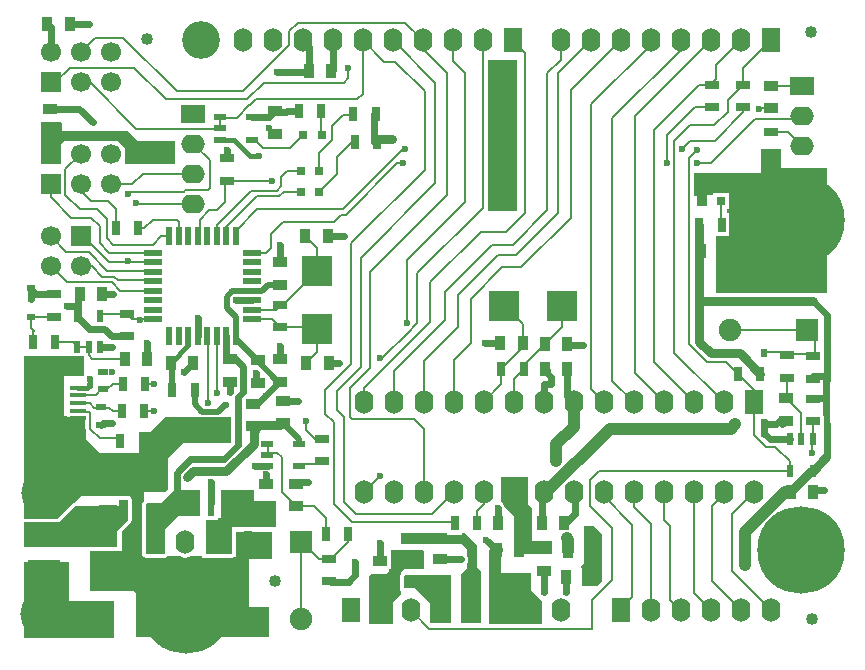
<source format=gtl>
G04*
G04 #@! TF.GenerationSoftware,Altium Limited,Altium Designer,18.1.9 (240)*
G04*
G04 Layer_Physical_Order=1*
G04 Layer_Color=255*
%FSLAX44Y44*%
%MOMM*%
G71*
G01*
G75*
%ADD10C,0.2000*%
%ADD11C,0.5000*%
%ADD12C,0.4000*%
%ADD14R,1.9000X1.9000*%
%ADD15R,1.4000X1.6000*%
%ADD16R,1.3500X0.4000*%
%ADD17R,1.3000X0.7000*%
%ADD18R,0.7000X1.3000*%
%ADD19R,0.6858X0.5588*%
%ADD20R,0.5588X0.6858*%
%ADD21R,0.8000X0.8000*%
%ADD22R,0.9000X1.3000*%
%ADD23R,1.0000X0.5500*%
%ADD24R,1.3000X0.9000*%
%ADD25R,2.5000X2.6000*%
%ADD26R,0.6000X2.2000*%
%ADD27R,3.5000X2.2000*%
%ADD28R,2.6000X2.5000*%
%ADD29R,0.5500X1.0000*%
%ADD30R,1.6000X3.0000*%
%ADD31R,2.7000X2.0000*%
%ADD32R,1.5000X0.5500*%
%ADD33R,0.5500X1.5000*%
%ADD34R,0.9000X0.6000*%
%ADD67C,1.9000*%
%ADD68R,1.9000X1.9000*%
%ADD72C,1.0160*%
%ADD73C,0.6000*%
%ADD74C,0.8000*%
%ADD75C,1.0000*%
G04:AMPARAMS|DCode=76|XSize=2mm|YSize=1.2mm|CornerRadius=0.36mm|HoleSize=0mm|Usage=FLASHONLY|Rotation=0.000|XOffset=0mm|YOffset=0mm|HoleType=Round|Shape=RoundedRectangle|*
%AMROUNDEDRECTD76*
21,1,2.0000,0.4800,0,0,0.0*
21,1,1.2800,1.2000,0,0,0.0*
1,1,0.7200,0.6400,-0.2400*
1,1,0.7200,-0.6400,-0.2400*
1,1,0.7200,-0.6400,0.2400*
1,1,0.7200,0.6400,0.2400*
%
%ADD76ROUNDEDRECTD76*%
%ADD77C,3.2000*%
%ADD78O,1.6000X2.0000*%
%ADD79R,1.6000X2.0000*%
%ADD80R,2.0000X1.6000*%
%ADD81O,2.0000X1.6000*%
%ADD82C,1.7000*%
%ADD83R,1.7000X1.7000*%
%ADD84C,4.0000*%
%ADD85C,7.4000*%
%ADD86C,0.6000*%
G36*
X35000Y438102D02*
X35000Y431000D01*
X91000D01*
X99000Y423000D01*
X131000D01*
Y403000D01*
X88000D01*
Y417000D01*
X82000Y423000D01*
X76802D01*
X76200Y423079D01*
X75598Y423000D01*
X51402D01*
X50800Y423079D01*
X50198Y423000D01*
X37000D01*
X34000Y420000D01*
Y403000D01*
X17000D01*
Y439000D01*
X34102Y439000D01*
X35000Y438102D01*
D02*
G37*
G36*
X420000Y363200D02*
X396000D01*
X396000Y491511D01*
X420000D01*
X420000Y363200D01*
D02*
G37*
G36*
X644000Y400000D02*
X682500D01*
Y294000D01*
X671459D01*
X671000Y294060D01*
X589000D01*
Y342500D01*
X600000D01*
Y361500D01*
X598000D01*
Y365000D01*
X600000D01*
Y379000D01*
X586000D01*
Y377000D01*
X581000D01*
Y368000D01*
X573000D01*
Y376000D01*
X570078D01*
Y396000D01*
X627000D01*
Y416000D01*
X644000D01*
Y400000D01*
D02*
G37*
G36*
X386000Y81000D02*
Y62000D01*
X390000Y58000D01*
Y15089D01*
X373089D01*
X373000Y15125D01*
Y56137D01*
X378000Y61137D01*
Y65183D01*
X378652Y66159D01*
X379118Y68500D01*
X378652Y70841D01*
X378000Y71817D01*
Y77000D01*
X374000Y81000D01*
Y81650D01*
X322000D01*
Y91000D01*
X361000D01*
Y89500D01*
X374000D01*
Y91000D01*
X376000D01*
X386000Y81000D01*
D02*
G37*
G36*
X91000Y102000D02*
X82000Y93000D01*
Y79000D01*
X3000D01*
Y100000D01*
X32500D01*
X46000Y113500D01*
X83000D01*
Y119000D01*
X91000D01*
Y102000D01*
D02*
G37*
G36*
X341250Y75310D02*
Y60000D01*
X325000D01*
X322000Y57000D01*
Y55000D01*
X321500D01*
Y42000D01*
X322000D01*
Y39040D01*
X314960Y32000D01*
Y14000D01*
X295000D01*
Y54000D01*
X297000Y56000D01*
X309400D01*
X312000Y58600D01*
Y60000D01*
X313500D01*
Y75000D01*
X313500D01*
X313669Y76200D01*
X340360D01*
X341250Y75310D01*
D02*
G37*
G36*
X430000Y115324D02*
X433000Y112324D01*
Y84000D01*
X450000D01*
Y73000D01*
X418000D01*
Y105000D01*
X409814Y113186D01*
X409652Y114001D01*
X408326Y115986D01*
X407000Y116872D01*
Y138000D01*
X430000D01*
Y115324D01*
D02*
G37*
G36*
X198000Y118000D02*
X216000D01*
Y96000D01*
X179100D01*
Y73101D01*
X179000Y73000D01*
X157000D01*
Y102000D01*
X167000D01*
Y104000D01*
X170000D01*
Y127000D01*
X170000Y127000D01*
X198000D01*
Y118000D01*
D02*
G37*
G36*
X151750Y105000D02*
X133000D01*
X122000Y94000D01*
X122000Y73000D01*
X106101D01*
X106000Y73101D01*
Y115000D01*
X107000Y116000D01*
X119000D01*
X130000Y127000D01*
X151750D01*
Y105000D01*
D02*
G37*
G36*
X42250Y240000D02*
X53858D01*
X54000Y239788D01*
Y224567D01*
X53621Y224000D01*
X37000D01*
X37000Y190005D01*
X38995D01*
Y189500D01*
X49351D01*
X49745Y189422D01*
X49745Y189422D01*
X54922D01*
Y179000D01*
X54922Y179000D01*
X55000Y178606D01*
Y170500D01*
X66500Y159000D01*
X100000D01*
Y176000D01*
X109500D01*
X122000Y188500D01*
Y189000D01*
X150835D01*
X151854Y188319D01*
X154000Y187892D01*
X167000D01*
X169146Y188319D01*
X170165Y189000D01*
X177882D01*
Y167963D01*
X176919Y167000D01*
X138000D01*
X125000Y154000D01*
Y128500D01*
X122000Y125500D01*
X104500D01*
Y117826D01*
X103837Y117163D01*
X103174Y116171D01*
X102941Y115000D01*
X102941Y115000D01*
Y73101D01*
X103174Y71930D01*
X103837Y70938D01*
X103938Y70837D01*
X104930Y70174D01*
X106101Y69941D01*
X106101Y69941D01*
X113926D01*
X114200Y69905D01*
X114474Y69941D01*
X122000D01*
X123170Y70174D01*
X124163Y70837D01*
X124272Y71000D01*
X134998D01*
X136728Y70283D01*
X139600Y69905D01*
X142472Y70283D01*
X144202Y71000D01*
X154000D01*
Y70000D01*
X156705D01*
X157000Y69941D01*
X179000D01*
X180170Y70174D01*
X181163Y70837D01*
X182000Y70000D01*
Y72300D01*
X182159Y73101D01*
X182159Y73101D01*
Y92000D01*
X213000D01*
Y68500D01*
X205000D01*
X204432Y69068D01*
X193000D01*
Y28000D01*
X210000D01*
Y3000D01*
X98000D01*
Y40000D01*
X96000Y42000D01*
X59000D01*
Y75941D01*
X82000D01*
X82296Y76000D01*
X85500D01*
Y92000D01*
X93000Y99500D01*
Y99674D01*
X93163Y99837D01*
X93826Y100829D01*
X94059Y102000D01*
X94059Y102000D01*
Y119000D01*
X93826Y120170D01*
X93163Y121163D01*
X93000Y121272D01*
Y122500D01*
X51500D01*
X45449Y116449D01*
X44830Y116326D01*
X43837Y115663D01*
X43837Y115663D01*
X31233Y103059D01*
X3000D01*
X3000Y241000D01*
X42250D01*
Y240000D01*
D02*
G37*
G36*
X492000Y90000D02*
Y50000D01*
X488000Y46000D01*
X475000D01*
Y61000D01*
X474000Y62000D01*
X477000Y65000D01*
Y97000D01*
X485000D01*
X492000Y90000D01*
D02*
G37*
G36*
X364000Y15000D02*
X347000D01*
Y31000D01*
X334000Y44000D01*
X324559D01*
Y53430D01*
X324826Y53829D01*
X325059Y55000D01*
X364000D01*
Y15000D01*
D02*
G37*
G36*
X432000Y43000D02*
X432200D01*
X441500Y33700D01*
Y14078D01*
X397000D01*
Y57000D01*
X432000D01*
Y43000D01*
D02*
G37*
G36*
X41000Y33000D02*
X79000D01*
Y2000D01*
X3000D01*
Y66000D01*
X41000D01*
Y33000D01*
D02*
G37*
D10*
X273250Y365000D02*
X325000Y416750D01*
X319071Y403750D02*
X324000D01*
X275321Y360000D02*
X319071Y403750D01*
X271071Y360000D02*
X275321D01*
X265071Y354000D02*
X271071Y360000D01*
X200000Y365000D02*
X273250D01*
X342000Y398000D02*
Y465000D01*
X280000Y336000D02*
X342000Y398000D01*
X483000Y212580D02*
Y454000D01*
X268000Y409250D02*
X281750Y423000D01*
X222000Y354000D02*
X265071D01*
X327000Y321800D02*
X376000Y370800D01*
X272990Y445000D02*
X280250D01*
X264240Y436250D02*
X272990Y445000D01*
X264000Y424000D02*
Y435980D01*
X268000Y394500D02*
Y409250D01*
X43000Y358000D02*
X59960D01*
X25400Y375600D02*
X43000Y358000D01*
X59960D02*
X67000Y350960D01*
X427000Y362000D02*
Y497560D01*
X411000Y346000D02*
X427000Y362000D01*
X390000Y346000D02*
X411000D01*
X347000Y303000D02*
X390000Y346000D01*
X366650Y201930D02*
Y237040D01*
X381000Y251390D01*
Y289000D01*
X408000Y316000D01*
X370000Y292000D02*
X404000Y326000D01*
X370000Y265140D02*
Y292000D01*
X404000Y326000D02*
X419500D01*
X408000Y316000D02*
X424000D01*
X466000Y358000D01*
X341250Y201930D02*
Y236390D01*
X370000Y265140D01*
X419500Y326000D02*
X455000Y361500D01*
X416534Y335000D02*
X445760Y364226D01*
X399000Y335000D02*
X416534D01*
X359000Y295000D02*
X399000Y335000D01*
X359000Y271080D02*
Y295000D01*
X347000Y269858D02*
Y303000D01*
X290450Y213308D02*
X347000Y269858D01*
X290450Y201930D02*
Y213308D01*
X333500Y266166D02*
X336000Y268666D01*
X333500Y266108D02*
Y266166D01*
X329692Y262300D02*
X333500Y266108D01*
X329634Y262300D02*
X329692D01*
X306121Y238787D02*
X329634Y262300D01*
X336000Y268666D02*
Y310840D01*
X304000Y238787D02*
X306121D01*
X315850Y227930D02*
X359000Y271080D01*
X315850Y201930D02*
Y227930D01*
X416560Y508000D02*
X427000Y497560D01*
X327000Y268800D02*
Y321800D01*
X336000Y310840D02*
X391160Y366000D01*
X288000Y324000D02*
X351000Y387000D01*
X288000Y231580D02*
Y324000D01*
X267950Y211530D02*
X288000Y231580D01*
X296000Y312000D02*
X361000Y377000D01*
X296000Y230858D02*
Y312000D01*
X278950Y213808D02*
X296000Y230858D01*
X376000Y370800D02*
Y480071D01*
X351000Y387000D02*
Y471960D01*
X391160Y366000D02*
Y508000D01*
X466000Y358000D02*
Y466000D01*
X455000Y361500D02*
Y480400D01*
X482600Y508000D01*
Y504100D02*
Y508000D01*
X457200Y491511D02*
Y508000D01*
X445760Y480071D02*
X457200Y491511D01*
X445760Y364226D02*
Y480071D01*
X361000Y377000D02*
Y480071D01*
X279000Y189000D02*
Y195117D01*
Y189000D02*
X281000Y187000D01*
X333250D01*
X278950Y195167D02*
Y213808D01*
Y195167D02*
X279000Y195117D01*
X280000Y234000D02*
Y336000D01*
X258000Y212000D02*
X280000Y234000D01*
X340360Y500711D02*
X361000Y480071D01*
X340360Y500711D02*
Y508000D01*
X314960D02*
X351000Y471960D01*
X280324Y100000D02*
X367500D01*
X168500Y442500D02*
X182800D01*
X168500Y433000D02*
Y442500D01*
X317000Y490000D02*
X342000Y465000D01*
X307560Y490000D02*
X317000D01*
X289560Y508000D02*
X307560Y490000D01*
X365760Y490311D02*
X376000Y480071D01*
X365760Y490311D02*
Y508000D01*
X289560Y462560D02*
Y508000D01*
X285000Y458000D02*
X289560Y462560D01*
X277500Y475940D02*
Y485000D01*
X273560Y472000D02*
X277500Y475940D01*
X206000Y472000D02*
X273560D01*
X199071Y458000D02*
X285000D01*
X273950Y116896D02*
Y189000D01*
X267950Y195000D02*
Y211530D01*
Y195000D02*
X273950Y189000D01*
X258000Y192000D02*
X265000Y185000D01*
Y115324D02*
Y185000D01*
X258000Y192000D02*
Y212000D01*
X265000Y115324D02*
X280324Y100000D01*
X367500Y99000D02*
Y100000D01*
X283846Y107000D02*
X347920D01*
X273950Y116896D02*
X283846Y107000D01*
X258500Y90000D02*
Y103500D01*
X248500Y113500D02*
X258500Y103500D01*
X242000Y178000D02*
Y185500D01*
Y178000D02*
X249500Y170500D01*
X255000D01*
X599000Y447500D02*
Y457500D01*
X587500Y436000D02*
X599000Y447500D01*
X567000Y436000D02*
X587500D01*
X553500Y422500D02*
X567000Y436000D01*
X520000Y443800D02*
X584200Y508000D01*
X520000Y226380D02*
Y443800D01*
Y226380D02*
X544450Y201930D01*
X584500Y470500D02*
X589000Y475000D01*
X536000Y432000D02*
X574500Y470500D01*
X536000Y235780D02*
Y432000D01*
Y235780D02*
X569850Y201930D01*
X553500Y243680D02*
X595250Y201930D01*
X553500Y243680D02*
Y422500D01*
X571000Y451500D02*
X585000D01*
X547000Y427500D02*
X571000Y451500D01*
X547000Y404000D02*
Y427500D01*
X566000Y408000D02*
X573000Y415000D01*
X566000Y250822D02*
Y408000D01*
X584500Y470500D02*
X585000D01*
X574500D02*
X584500D01*
X501000Y442000D02*
X558800Y499800D01*
X501000Y219980D02*
Y442000D01*
Y219980D02*
X519050Y201930D01*
X483000Y454000D02*
X533400Y504400D01*
X483000Y212580D02*
X493650Y201930D01*
X566000Y250822D02*
X581322Y235500D01*
X558800Y499800D02*
Y508000D01*
X533400Y504400D02*
Y508000D01*
X466000Y466000D02*
X508000Y508000D01*
X456000Y506800D02*
X457200Y508000D01*
X602000Y58400D02*
X635000Y25400D01*
X602000Y58400D02*
Y107080D01*
X620650Y125730D01*
X607750Y262500D02*
X672750D01*
Y244250D02*
Y262500D01*
X671000Y242500D02*
X672750Y244250D01*
X597500Y235500D02*
X607250Y225750D01*
X581322Y235500D02*
X597500D01*
X489500Y143500D02*
X651340D01*
X482000Y136000D02*
X489500Y143500D01*
X639000Y164000D02*
X651340Y151660D01*
Y143500D02*
Y151660D01*
X630808Y164000D02*
X639000D01*
X595250Y124000D02*
Y125730D01*
X585000Y113750D02*
X595250Y124000D01*
X585000Y50000D02*
Y113750D01*
Y50000D02*
X609600Y25400D01*
X544450Y102000D02*
X550000Y96450D01*
Y34200D02*
Y96450D01*
Y34200D02*
X558800Y25400D01*
X569850Y39750D02*
Y125730D01*
Y39750D02*
X584200Y25400D01*
X544450Y102000D02*
Y125730D01*
X533400Y25400D02*
Y98600D01*
X519050Y112950D02*
X533400Y98600D01*
X519050Y112950D02*
Y125730D01*
X493650Y122400D02*
X518000Y98050D01*
X493650Y122400D02*
Y125730D01*
X508000Y25400D02*
Y27000D01*
X518000Y37000D01*
Y98050D01*
X482000Y114000D02*
Y136000D01*
X620650Y174158D02*
Y201930D01*
X345600Y10000D02*
X484000D01*
Y34000D02*
X501000Y51000D01*
X484000Y10000D02*
Y34000D01*
X501000Y51000D02*
Y95000D01*
X482000Y114000D02*
X501000Y95000D01*
X620650Y174158D02*
X630808Y164000D01*
X132000Y465000D02*
X188623D01*
X192000Y458000D02*
X206000Y472000D01*
X194071Y453000D02*
X199071Y458000D01*
X193300Y453000D02*
X194071D01*
X182800Y442500D02*
X193300Y453000D01*
X123000Y458000D02*
X192000D01*
X227260Y503637D02*
Y515503D01*
X188623Y465000D02*
X227260Y503637D01*
X96000Y485000D02*
X123000Y458000D01*
X42000Y485000D02*
X96000D01*
X205000Y417000D02*
X228000D01*
X198500Y423500D02*
X205000Y417000D01*
X195500Y423500D02*
X198500D01*
X39000Y303000D02*
X77192D01*
X84192Y296000D01*
X112000D01*
X82263Y305000D02*
X112000D01*
X79263Y308000D02*
X82263Y305000D01*
X69000Y308000D02*
X79263D01*
X73500Y313000D02*
X111000D01*
X57500Y329000D02*
X73500Y313000D01*
X38400Y329000D02*
X57500D01*
X75000Y320000D02*
X112000D01*
X53000Y342000D02*
X75000Y320000D01*
X50800Y342000D02*
X53000D01*
X75000Y328000D02*
X112000D01*
X67000Y336000D02*
X75000Y328000D01*
X67000Y336000D02*
Y350960D01*
X73000Y340238D02*
Y356500D01*
Y340238D02*
X78238Y335000D01*
X112000D01*
X60400Y316600D02*
X69000Y308000D01*
X50800Y316600D02*
X60400D01*
X25400Y342000D02*
X38400Y329000D01*
X50000Y365000D02*
X64500D01*
X38000Y377000D02*
X50000Y365000D01*
X38000Y377000D02*
Y398680D01*
X64500Y365000D02*
X73000Y356500D01*
X50800Y380700D02*
Y386080D01*
Y380700D02*
X59500Y372000D01*
X74000D01*
X80500Y365500D01*
Y349000D02*
Y365500D01*
X253000Y397660D02*
Y413000D01*
X264000Y424000D01*
X98000Y433000D02*
X168500D01*
X58560Y472440D02*
X98000Y433000D01*
X50800Y472440D02*
X58560D01*
X87000Y510000D02*
X132000Y465000D01*
X62960Y510000D02*
X87000D01*
X196000Y280000D02*
X216000D01*
X648759Y242500D02*
X671000D01*
X647509Y243750D02*
X648759Y242500D01*
X670000Y170160D02*
X671000Y171160D01*
X625000Y450500D02*
X635000D01*
X671000Y185500D02*
Y186500D01*
Y171160D02*
Y185500D01*
X173000Y370800D02*
Y389000D01*
X573000Y404000D02*
X584800D01*
X567000Y423000D02*
X588000D01*
X560000Y416000D02*
X567000Y423000D01*
X560000Y416000D02*
Y416000D01*
X588000Y423000D02*
X612000Y447000D01*
Y451500D01*
X621800Y441000D02*
X659400D01*
X584800Y404000D02*
X621800Y441000D01*
X78000Y194000D02*
X84500D01*
X75000Y197000D02*
X78000Y194000D01*
X200291Y388500D02*
X213000D01*
X200291D02*
X200791Y389000D01*
X175000D02*
X200791D01*
X173000D02*
X175000D01*
X194855Y380855D02*
X217047D01*
X166000Y352000D02*
X194855Y380855D01*
X200055Y375855D02*
X219118D01*
X174000Y349800D02*
X200055Y375855D01*
X182000Y347000D02*
X200000Y365000D01*
X217047Y380855D02*
X220500Y384308D01*
X219118Y375855D02*
X222763Y379500D01*
X220500Y384308D02*
Y392589D01*
X222763Y379500D02*
X237000D01*
X220500Y392589D02*
X225571Y397660D01*
X237000D01*
X49245Y208000D02*
X63500D01*
X68000Y212500D02*
X73500D01*
X63500Y208000D02*
X68000Y212500D01*
X84500Y238500D02*
X86000Y240000D01*
X48500Y248500D02*
X58000D01*
X86000Y240000D02*
X88000Y238000D01*
X60750Y238500D02*
X84500D01*
X57500Y241750D02*
X60750Y238500D01*
X57500Y241750D02*
Y248000D01*
X44000Y253000D02*
X48500Y248500D01*
X209500Y159000D02*
X217000D01*
X209500Y161000D02*
Y168500D01*
Y159000D02*
Y161000D01*
X221000Y125500D02*
Y155000D01*
X217000Y159000D02*
X221000Y155000D01*
X59000Y179000D02*
Y190000D01*
X58995Y190005D02*
X59000Y190000D01*
X58995Y190005D02*
Y193500D01*
X59000Y179000D02*
X67000Y171000D01*
X62566Y197000D02*
X75000D01*
X58566Y201000D02*
X62566Y197000D01*
X29500Y253000D02*
X44000D01*
X212000Y344000D02*
X222000Y354000D01*
X78000Y217000D02*
X84500D01*
X73500Y212500D02*
X78000Y217000D01*
X67000Y171000D02*
X84500D01*
X160000Y383000D02*
Y406600D01*
X146000Y420600D02*
X160000Y406600D01*
X660840Y170500D02*
Y192160D01*
X648000Y205000D02*
X660840Y192160D01*
X91000Y378000D02*
X93000Y380000D01*
X76200Y386080D02*
X94380D01*
X103500Y395200D01*
X146000D01*
X93000Y380000D02*
X137937D01*
X139237Y381300D01*
X112000Y304000D02*
Y305000D01*
X139237Y381300D02*
X158300D01*
X160000Y383000D01*
X94500Y272000D02*
X112000D01*
X98000Y370000D02*
X98200Y369800D01*
X146000D01*
X48745Y194500D02*
X49745Y193500D01*
X58995D01*
X48745Y201000D02*
X58566D01*
X253000Y149500D02*
X255000Y151500D01*
X236500Y149500D02*
X253000D01*
X221000Y125500D02*
X233000Y113500D01*
X248500D01*
X277500Y83000D02*
Y90000D01*
X263000Y68500D02*
X277500Y83000D01*
X253000Y68500D02*
X263000D01*
X238120Y83380D02*
X253000Y68500D01*
X237500Y83380D02*
X238120D01*
X237500Y18380D02*
Y83380D01*
X386500Y99000D02*
Y109500D01*
X392050Y115050D01*
Y125730D01*
X48745Y207500D02*
X49245Y208000D01*
X159000Y201000D02*
Y257000D01*
X158000Y258000D02*
X159000Y257000D01*
X166000Y209000D02*
Y258000D01*
X103500Y194000D02*
X113000D01*
X103500Y217000D02*
X113000D01*
X10500Y253000D02*
Y261702D01*
X11000Y262202D01*
X9000Y264202D02*
X11000Y262202D01*
X9000Y264202D02*
Y272808D01*
X10202Y274010D01*
X28000D01*
X67500Y275500D02*
X68500Y276500D01*
X90000D01*
X94500Y272000D01*
X242000Y235000D02*
X251000Y244000D01*
Y264000D01*
X250000Y265000D02*
X251000Y264000D01*
X220000Y265000D02*
X250000D01*
X213000Y272000D02*
X220000Y265000D01*
X196000Y272000D02*
X213000D01*
X241000Y342000D02*
X251000Y332000D01*
Y313000D02*
Y332000D01*
X222000Y284000D02*
X251000Y313000D01*
X220000Y284000D02*
X222000D01*
X216000Y280000D02*
X220000Y284000D01*
X174000Y342000D02*
Y349800D01*
X166000Y342000D02*
Y352000D01*
X182000Y342000D02*
Y347000D01*
X166200Y364000D02*
X173000Y370800D01*
X159629Y364000D02*
X166200D01*
X151750Y356121D02*
X159629Y364000D01*
X253000Y379500D02*
X268000Y394500D01*
X254500Y428500D02*
X255000Y428000D01*
X254500Y428500D02*
Y448000D01*
X228000Y417000D02*
X239000Y428000D01*
X25400Y316600D02*
X39000Y303000D01*
X111000Y313000D02*
X112000Y312000D01*
X25400Y375600D02*
Y386080D01*
X99500Y349000D02*
X104879D01*
X112000Y356121D01*
X132000D01*
X134000Y354121D01*
Y342000D02*
Y354121D01*
X119000Y342000D02*
X126000D01*
X112000Y335000D02*
X119000Y342000D01*
X38000Y398680D02*
X50800Y411480D01*
X29440Y472440D02*
X42000Y485000D01*
X25400Y472440D02*
X29440D01*
X325360Y523000D02*
X340360Y508000D01*
X234757Y523000D02*
X325360D01*
X227260Y515503D02*
X234757Y523000D01*
X50800Y497840D02*
X62960Y510000D01*
X417450Y201930D02*
Y221450D01*
X426000Y230000D01*
Y233000D01*
X444000Y251000D01*
X458500Y265500D01*
Y283000D01*
X392050Y201930D02*
X407000Y216880D01*
Y230000D01*
X425000Y248000D01*
Y252000D01*
Y267500D01*
X409500Y283000D02*
X425000Y267500D01*
X648000Y205000D02*
X648759Y205759D01*
Y223500D01*
X629192Y243750D02*
X647509D01*
X593000Y352500D02*
X593500Y352000D01*
X593000Y352500D02*
Y372000D01*
X650100Y430100D02*
X662000Y418200D01*
X635000Y430100D02*
X650100D01*
X635000Y469500D02*
X635500Y469000D01*
X662000D01*
X607250Y225750D02*
X620650Y212350D01*
Y201930D02*
Y212350D01*
X330200Y25400D02*
X345600Y10000D01*
X151750Y343750D02*
Y356121D01*
X150000Y342000D02*
X151750Y343750D01*
X659400Y441000D02*
X662000Y443600D01*
X196000Y328000D02*
X208000D01*
X212000Y332000D01*
Y344000D01*
X670000Y159000D02*
Y170160D01*
X625000Y450000D02*
Y450500D01*
X290450Y125730D02*
X304000Y139280D01*
X333250Y187000D02*
X341250Y179000D01*
Y125730D02*
Y179000D01*
X347920Y107000D02*
X366650Y125730D01*
X589000Y475000D02*
Y487400D01*
X612000Y485000D02*
X635000Y508000D01*
X612000Y470500D02*
Y485000D01*
X599000Y457500D02*
X612000Y470500D01*
X589000Y487400D02*
X609600Y508000D01*
D11*
X682500Y183500D02*
Y191071D01*
X222000Y184000D02*
X235500Y170500D01*
Y166500D02*
Y170500D01*
X208000Y207000D02*
X220000Y219000D01*
X201160Y200160D02*
X208000Y207000D01*
X197000Y200160D02*
X201160D01*
X218000Y219000D02*
X220000D01*
X199000Y238000D02*
X218000Y219000D01*
X182000Y255000D02*
X199000Y238000D01*
X182000Y255000D02*
Y258000D01*
Y273768D01*
X174500Y281268D02*
X182000Y273768D01*
X174500Y281268D02*
Y291107D01*
X178893Y295500D01*
X195500D01*
X196000Y296000D01*
X204808D01*
X209808Y301000D01*
X220000D01*
X167000Y193500D02*
X172822Y199323D01*
X173753D01*
X154000Y193500D02*
X167000D01*
X147500Y200000D02*
X154000Y193500D01*
X147500Y200000D02*
Y212000D01*
X128500D02*
Y233500D01*
D12*
X59000Y217000D02*
Y221250D01*
X56000Y214000D02*
X59000Y217000D01*
X48745Y214000D02*
X56000D01*
X169000Y424000D02*
X180800D01*
X194600Y410200D01*
X201800D01*
X142000Y250000D02*
Y258000D01*
X127000Y235000D02*
X142000Y250000D01*
D14*
X21995Y213000D02*
D03*
Y189000D02*
D03*
X237500Y83380D02*
D03*
D15*
X46495Y169000D02*
D03*
Y233000D02*
D03*
D16*
X48745Y188000D02*
D03*
Y194500D02*
D03*
Y201000D02*
D03*
Y207500D02*
D03*
Y214000D02*
D03*
D17*
X175000Y408000D02*
D03*
Y389000D02*
D03*
X220000Y265000D02*
D03*
Y284000D02*
D03*
X612000Y470500D02*
D03*
Y451500D02*
D03*
X585000D02*
D03*
Y470500D02*
D03*
X635000Y430100D02*
D03*
Y411100D02*
D03*
X255000Y151500D02*
D03*
Y170500D02*
D03*
X648759Y241500D02*
D03*
Y222500D02*
D03*
X331000Y67500D02*
D03*
Y86500D02*
D03*
Y67500D02*
D03*
Y48500D02*
D03*
X90000Y257500D02*
D03*
Y276500D02*
D03*
X671000Y204500D02*
D03*
Y185500D02*
D03*
X28000Y274010D02*
D03*
Y293010D02*
D03*
X670500Y221500D02*
D03*
Y240500D02*
D03*
X261000Y69000D02*
D03*
Y50000D02*
D03*
D18*
X281750Y445250D02*
D03*
X300750D02*
D03*
X301750Y422000D02*
D03*
X282750D02*
D03*
X99500Y349000D02*
D03*
X80500D02*
D03*
X105500Y217000D02*
D03*
X86500D02*
D03*
X85500Y194000D02*
D03*
X104500D02*
D03*
X103500Y169000D02*
D03*
X84500D02*
D03*
X386500Y99000D02*
D03*
X367500D02*
D03*
X235500Y448000D02*
D03*
X254500D02*
D03*
X426000Y230000D02*
D03*
X407000D02*
D03*
X574500Y352000D02*
D03*
X593500D02*
D03*
X29500Y253000D02*
D03*
X10500D02*
D03*
X258500Y90000D02*
D03*
X277500D02*
D03*
X128500Y212000D02*
D03*
X147500D02*
D03*
X607250Y225750D02*
D03*
X626250D02*
D03*
D19*
X9000Y298192D02*
D03*
Y273808D02*
D03*
D20*
X629192Y243000D02*
D03*
X604808D02*
D03*
D21*
X237000Y379500D02*
D03*
X253000D02*
D03*
X239000Y428000D02*
D03*
X255000D02*
D03*
X237000Y397660D02*
D03*
X253000D02*
D03*
X593000Y372000D02*
D03*
X577000D02*
D03*
D22*
X244000Y482000D02*
D03*
X263000D02*
D03*
X22500Y522000D02*
D03*
X41500D02*
D03*
X146000Y235000D02*
D03*
X127000D02*
D03*
X260000Y342000D02*
D03*
X241000D02*
D03*
X261000Y235000D02*
D03*
X242000D02*
D03*
X402000Y51000D02*
D03*
X383000D02*
D03*
X463500Y76000D02*
D03*
X482500D02*
D03*
X463000Y230000D02*
D03*
X444000D02*
D03*
X403000Y76200D02*
D03*
X422000D02*
D03*
X423000Y99000D02*
D03*
X404000D02*
D03*
X441500D02*
D03*
X460500D02*
D03*
X406000Y252000D02*
D03*
X425000D02*
D03*
X463000Y251000D02*
D03*
X444000D02*
D03*
X671000Y125730D02*
D03*
X652000D02*
D03*
X69000Y293000D02*
D03*
X50000D02*
D03*
X107000Y238000D02*
D03*
X88000D02*
D03*
X595000Y329750D02*
D03*
X576000D02*
D03*
X462000Y54000D02*
D03*
X481000D02*
D03*
D23*
X196000Y424000D02*
D03*
Y443000D02*
D03*
X169000Y424000D02*
D03*
Y433500D02*
D03*
Y443000D02*
D03*
X235500Y147500D02*
D03*
Y166500D02*
D03*
X208500Y147500D02*
D03*
Y157000D02*
D03*
Y166500D02*
D03*
D24*
X215000Y448000D02*
D03*
Y429000D02*
D03*
X220000Y238000D02*
D03*
Y219000D02*
D03*
X201160Y237000D02*
D03*
Y218000D02*
D03*
X220000Y301000D02*
D03*
Y320000D02*
D03*
X177000Y238000D02*
D03*
Y219000D02*
D03*
X25000Y450000D02*
D03*
Y431000D02*
D03*
X635000Y450500D02*
D03*
Y469500D02*
D03*
X114000Y130660D02*
D03*
Y111660D02*
D03*
X208000Y132000D02*
D03*
Y113000D02*
D03*
X304000Y67500D02*
D03*
Y48500D02*
D03*
X355000Y68500D02*
D03*
Y49500D02*
D03*
X222000Y203000D02*
D03*
Y184000D02*
D03*
X648000Y186000D02*
D03*
Y205000D02*
D03*
X233000Y132500D02*
D03*
Y113500D02*
D03*
X197000Y181160D02*
D03*
Y200160D02*
D03*
X443000Y59000D02*
D03*
Y78000D02*
D03*
D25*
X409500Y283000D02*
D03*
X458500D02*
D03*
D26*
X135600Y116000D02*
D03*
X148300D02*
D03*
X161000D02*
D03*
X173700D02*
D03*
X186400D02*
D03*
D27*
X161000Y178000D02*
D03*
D28*
X251000Y264000D02*
D03*
Y313000D02*
D03*
D29*
X67000Y275000D02*
D03*
X48000D02*
D03*
X67000Y248000D02*
D03*
X57500D02*
D03*
X48000D02*
D03*
X651500Y143500D02*
D03*
X670500D02*
D03*
X651500Y170500D02*
D03*
X661000D02*
D03*
X670500D02*
D03*
D30*
X74000Y100000D02*
D03*
Y141000D02*
D03*
X71000Y17750D02*
D03*
Y58750D02*
D03*
D31*
X19750Y57500D02*
D03*
Y89500D02*
D03*
D32*
X196000Y272000D02*
D03*
Y280000D02*
D03*
Y288000D02*
D03*
Y296000D02*
D03*
Y304000D02*
D03*
Y312000D02*
D03*
Y320000D02*
D03*
Y328000D02*
D03*
X112000D02*
D03*
Y320000D02*
D03*
Y312000D02*
D03*
Y304000D02*
D03*
Y296000D02*
D03*
Y288000D02*
D03*
Y280000D02*
D03*
Y272000D02*
D03*
D33*
X182000Y342000D02*
D03*
X174000D02*
D03*
X166000D02*
D03*
X158000D02*
D03*
X150000D02*
D03*
X142000D02*
D03*
X134000D02*
D03*
X126000D02*
D03*
Y258000D02*
D03*
X134000D02*
D03*
X142000D02*
D03*
X150000D02*
D03*
X158000D02*
D03*
X166000D02*
D03*
X174000D02*
D03*
X182000D02*
D03*
D34*
X70000Y227500D02*
D03*
Y212500D02*
D03*
X68000Y182500D02*
D03*
Y197500D02*
D03*
D67*
X600750Y262500D02*
D03*
Y307500D02*
D03*
X665750D02*
D03*
X192500Y83380D02*
D03*
Y18380D02*
D03*
X237500D02*
D03*
D68*
X665750Y262500D02*
D03*
D72*
X107000Y509000D02*
D03*
X669000Y515000D02*
D03*
X670000Y18380D02*
D03*
X215000Y50000D02*
D03*
D73*
X671000Y205500D02*
X682000D01*
X299500Y422250D02*
Y445480D01*
X647000Y126000D02*
X652000D01*
X9000Y297192D02*
X13182Y293010D01*
X48500Y273500D02*
Y283500D01*
X682500Y155660D02*
Y183500D01*
X681840Y155000D02*
X682500Y155660D01*
X463000Y251000D02*
X464000Y250000D01*
X475750D01*
X299500Y422250D02*
X300250Y423000D01*
X642000Y186000D02*
X645000Y183000D01*
X629000Y175000D02*
Y185000D01*
X463017Y76068D02*
X463500Y79500D01*
X394000Y85200D02*
X403000Y76200D01*
X199250Y219000D02*
Y226000D01*
X198500Y148000D02*
X209500D01*
X69500Y184000D02*
X77000D01*
X68000Y182500D02*
X69500Y184000D01*
X463000Y75950D02*
X463017Y76068D01*
X394000Y85000D02*
Y85200D01*
X260000Y342000D02*
X274000D01*
X671000Y287000D02*
X682500Y275500D01*
Y220500D02*
Y275500D01*
X681500Y223500D02*
X682000Y224000D01*
Y203680D02*
Y205500D01*
Y224000D01*
X681840Y203840D02*
X682000Y203680D01*
X671000Y223500D02*
X681500D01*
X681840Y191731D02*
Y203840D01*
X175000Y409250D02*
Y415250D01*
Y409250D02*
X175500Y410500D01*
X181960Y238000D02*
X188623Y231337D01*
Y210240D02*
Y231337D01*
X184000Y205617D02*
X188623Y210240D01*
X49566Y450000D02*
X61000Y438566D01*
X25000Y450000D02*
X49566D01*
X184000Y165429D02*
Y205617D01*
X174000Y241000D02*
X177000Y238000D01*
X174000Y241000D02*
Y258000D01*
X174000Y258000D02*
X174000Y258000D01*
X172076Y153505D02*
X184000Y165429D01*
X127000Y235000D02*
X128500Y233500D01*
X143777Y153505D02*
X172076D01*
X132000Y141728D02*
X143777Y153505D01*
X132000Y141000D02*
Y141728D01*
X132000Y141000D02*
X132000Y141000D01*
X132000Y116101D02*
Y141000D01*
X355000Y68500D02*
X373000D01*
X355000Y68500D02*
X355000Y68500D01*
X304000Y67500D02*
Y82000D01*
X233000Y132500D02*
X234534Y134034D01*
X243000D01*
X639570Y183570D02*
X642000Y186000D01*
X630000Y183570D02*
X639570D01*
X630000D02*
Y185095D01*
X629453Y184548D02*
X630000Y185095D01*
X629000Y185000D02*
X629453Y184548D01*
X645000Y183000D02*
X648000Y186000D01*
X182000Y288000D02*
X196000D01*
X196000Y288000D01*
X58000Y264000D02*
X70702D01*
X48500Y273500D02*
X58000Y264000D01*
X449000Y217000D02*
Y223000D01*
X445500Y226500D02*
X449000Y223000D01*
X445500Y226500D02*
Y228500D01*
X444000Y230000D02*
X445500Y228500D01*
X442850Y217000D02*
X449000D01*
X442850Y201930D02*
Y217000D01*
X468250Y125730D02*
X469000Y124980D01*
Y107000D02*
Y124980D01*
X69000Y293000D02*
X78000D01*
X393000Y252000D02*
X406000D01*
X107000Y238000D02*
Y252000D01*
X138000Y227000D02*
X146000Y235000D01*
X150000Y258000D02*
Y273000D01*
X177000Y210000D02*
Y219000D01*
X222000Y203000D02*
X235000D01*
X261000Y235000D02*
X270000D01*
X220000Y238000D02*
Y249000D01*
Y320000D02*
Y335000D01*
X263000Y482000D02*
X264160Y483160D01*
Y508000D01*
X210000Y443000D02*
X215000Y448000D01*
X196000Y443000D02*
X210000D01*
X41500Y522000D02*
X58000D01*
X629000Y175000D02*
X630000D01*
X634500Y170500D01*
X651340D01*
X672000Y127000D02*
X680000D01*
X671000Y126000D02*
X672000Y127000D01*
X461000Y99000D02*
X469000Y107000D01*
X460500Y99000D02*
X461000D01*
X404000D02*
Y111660D01*
X208000Y132000D02*
Y141000D01*
X161000Y116000D02*
Y134000D01*
X67500Y248500D02*
X77000D01*
X225000Y447500D02*
X225500Y448000D01*
X235500D01*
X215500Y447500D02*
X225000D01*
X215000Y448000D02*
X215500Y447500D01*
X22500Y522000D02*
X25400Y519100D01*
Y497840D02*
Y519100D01*
X9000Y289000D02*
Y297192D01*
X48500Y283500D02*
Y291500D01*
X39500Y283500D02*
X48500D01*
X13182Y293010D02*
X28000D01*
X48500Y291500D02*
X50000Y293000D01*
X70702Y264000D02*
X77202Y257500D01*
X90000D01*
X283000Y55000D02*
Y66000D01*
X277900Y49900D02*
X283000Y55000D01*
X277900Y49500D02*
Y49900D01*
X263000Y49500D02*
X277900D01*
X443000Y41000D02*
Y59000D01*
X462000Y41000D02*
Y54000D01*
X463000Y207180D02*
X468250Y201930D01*
X463000Y207180D02*
Y230000D01*
X177000Y238000D02*
X181960D01*
X114000Y83200D02*
X114200Y83000D01*
X114000Y83200D02*
Y111660D01*
X20000Y22000D02*
X24400Y17600D01*
X19750Y22250D02*
X20000Y22000D01*
X238760Y508000D02*
X244000Y502760D01*
Y482000D02*
Y502760D01*
X243000Y481000D02*
X244000Y482000D01*
X217000Y481000D02*
X243000D01*
X441500Y124380D02*
X442850Y125730D01*
X441500Y99000D02*
Y124380D01*
D74*
X574500Y287000D02*
Y352000D01*
X197500Y177660D02*
X199000Y179160D01*
X302750Y424500D02*
X314250D01*
X301500Y423250D02*
X302750Y424500D01*
X301000Y423750D02*
X301500Y423250D01*
X574500Y287000D02*
X671000D01*
X574500Y252929D02*
Y287000D01*
X609000Y243000D02*
X626250Y225750D01*
X604808Y243000D02*
X609000D01*
X584429D02*
X604808D01*
X574500Y252929D02*
X584429Y243000D01*
X670500Y143660D02*
X681840Y155000D01*
X670500Y143500D02*
Y143660D01*
X669285Y143500D02*
X670500D01*
X652000Y126215D02*
X669285Y143500D01*
X652000Y126000D02*
Y126215D01*
X197250Y182000D02*
X220000D01*
X197000Y181750D02*
X197250Y182000D01*
X197000Y181160D02*
Y181750D01*
X146000Y143000D02*
X174299D01*
X197500Y166201D02*
Y177660D01*
X174299Y143000D02*
X197500Y166201D01*
X197000Y181160D02*
X199000Y179160D01*
X141000Y138000D02*
X146000Y143000D01*
X220000Y182000D02*
X222000Y184000D01*
D75*
X613000Y72000D02*
Y92000D01*
Y64000D02*
Y72000D01*
X463500Y79500D02*
Y85250D01*
Y76000D02*
Y79500D01*
X462250Y86500D02*
X463500Y85250D01*
X402000Y51000D02*
Y75200D01*
X403000Y76200D01*
X443082Y123776D02*
X498642Y179335D01*
X613000Y92000D02*
X647000Y126000D01*
X601585Y179335D02*
X605250Y183000D01*
X498642Y179335D02*
X601585D01*
X441500Y124380D02*
Y125358D01*
X468250Y181000D02*
Y201930D01*
X453500Y166250D02*
X468250Y181000D01*
X453500Y151500D02*
Y166250D01*
D76*
X21995Y168000D02*
D03*
Y234000D02*
D03*
D77*
X152400Y508000D02*
D03*
D78*
X114200Y83000D02*
D03*
X139600D02*
D03*
X391160Y508000D02*
D03*
X365760D02*
D03*
X340360D02*
D03*
X314960D02*
D03*
X289560D02*
D03*
X264160D02*
D03*
X238760D02*
D03*
X213360D02*
D03*
X187960D02*
D03*
X457200D02*
D03*
X482600D02*
D03*
X508000D02*
D03*
X533400D02*
D03*
X558800D02*
D03*
X584200D02*
D03*
X609600D02*
D03*
X635000Y25400D02*
D03*
X609600D02*
D03*
X584200D02*
D03*
X558800D02*
D03*
X533400D02*
D03*
X457200D02*
D03*
X431800D02*
D03*
X406400D02*
D03*
X381000D02*
D03*
X355600D02*
D03*
X330200D02*
D03*
X304800D02*
D03*
X595250Y201930D02*
D03*
X569850D02*
D03*
X544450D02*
D03*
X519050D02*
D03*
X493650D02*
D03*
X468250D02*
D03*
X442850D02*
D03*
X417450D02*
D03*
X392050D02*
D03*
X366650D02*
D03*
X341250D02*
D03*
X315850D02*
D03*
X290450D02*
D03*
X620650Y125730D02*
D03*
X595250D02*
D03*
X569850D02*
D03*
X544450D02*
D03*
X519050D02*
D03*
X493650D02*
D03*
X468250D02*
D03*
X442850D02*
D03*
X417450D02*
D03*
X392050D02*
D03*
X366650D02*
D03*
X341250D02*
D03*
X315850D02*
D03*
X290450D02*
D03*
D79*
X165000Y83000D02*
D03*
X416560Y508000D02*
D03*
X635000D02*
D03*
X508000Y25400D02*
D03*
X279400D02*
D03*
X620650Y201930D02*
D03*
D80*
X146000Y446000D02*
D03*
X662000Y469000D02*
D03*
D81*
X146000Y420600D02*
D03*
Y395200D02*
D03*
Y369800D02*
D03*
X662000Y418200D02*
D03*
Y443600D02*
D03*
D82*
X25400Y316600D02*
D03*
X50800D02*
D03*
X25400Y342000D02*
D03*
X76200Y411480D02*
D03*
X50800D02*
D03*
X25400D02*
D03*
X76200Y386080D02*
D03*
X50800D02*
D03*
X76200Y497840D02*
D03*
X50800D02*
D03*
X25400D02*
D03*
X76200Y472440D02*
D03*
X50800D02*
D03*
D83*
Y342000D02*
D03*
X25400Y386080D02*
D03*
Y472440D02*
D03*
D84*
X20000Y22000D02*
D03*
X21000Y125000D02*
D03*
D85*
X139700Y25400D02*
D03*
X660400Y76200D02*
D03*
Y355600D02*
D03*
D86*
X314250Y424500D02*
D03*
X325500Y416250D02*
D03*
X324000Y403750D02*
D03*
X475750Y250000D02*
D03*
X59000Y221250D02*
D03*
X199000Y226000D02*
D03*
X462250Y86500D02*
D03*
X113250Y155000D02*
D03*
X106652Y162271D02*
D03*
X113250Y162000D02*
D03*
X120756D02*
D03*
X147000Y174000D02*
D03*
X135600Y183000D02*
D03*
X147000Y183570D02*
D03*
X157000Y184000D02*
D03*
X87000Y115663D02*
D03*
Y106500D02*
D03*
X402000Y479000D02*
D03*
X414000D02*
D03*
X402000Y486000D02*
D03*
X414000D02*
D03*
Y375000D02*
D03*
X402000D02*
D03*
X414000Y367000D02*
D03*
X327000Y268800D02*
D03*
X277500Y485000D02*
D03*
X242000Y185500D02*
D03*
X613000Y72000D02*
D03*
Y64000D02*
D03*
X175000Y415250D02*
D03*
X324000Y66000D02*
D03*
X109000Y406250D02*
D03*
X114200Y414000D02*
D03*
X61000Y438566D02*
D03*
X173753Y199323D02*
D03*
X573000Y415000D02*
D03*
Y404000D02*
D03*
X605250Y183000D02*
D03*
X373000Y68500D02*
D03*
X304000Y82000D02*
D03*
X243000Y134034D02*
D03*
X76500Y184000D02*
D03*
X629453Y184548D02*
D03*
X213000Y388500D02*
D03*
X210000Y434000D02*
D03*
X58566Y215000D02*
D03*
X182000Y288000D02*
D03*
X449000Y217000D02*
D03*
X78000Y293000D02*
D03*
X402000Y367000D02*
D03*
X201800Y410200D02*
D03*
X393000Y252000D02*
D03*
X107000D02*
D03*
X138000Y227000D02*
D03*
X150000Y273000D02*
D03*
X177000Y210000D02*
D03*
X235000Y203000D02*
D03*
X270000Y235000D02*
D03*
X220000Y249000D02*
D03*
Y335000D02*
D03*
X274000Y342000D02*
D03*
X58000Y522000D02*
D03*
X574000Y386000D02*
D03*
X629000Y175000D02*
D03*
X680000Y127000D02*
D03*
X469000Y107000D02*
D03*
X394000Y85000D02*
D03*
X404000Y111660D02*
D03*
X198500Y148000D02*
D03*
X208000Y141000D02*
D03*
X161000Y134000D02*
D03*
X77000Y248500D02*
D03*
X77500Y227500D02*
D03*
X225000Y447500D02*
D03*
X122000Y409000D02*
D03*
X9000Y289000D02*
D03*
X39500Y283500D02*
D03*
X141000Y138000D02*
D03*
X283000Y66000D02*
D03*
X320000Y72000D02*
D03*
X443000Y41000D02*
D03*
X462000D02*
D03*
X91000Y321000D02*
D03*
Y378000D02*
D03*
X101000Y271000D02*
D03*
X98000Y370000D02*
D03*
X482600Y92000D02*
D03*
X453500Y151500D02*
D03*
X208000Y207000D02*
D03*
X166000Y209000D02*
D03*
X159000Y201000D02*
D03*
X113000Y194000D02*
D03*
Y217000D02*
D03*
X217000Y481000D02*
D03*
X547000Y404000D02*
D03*
X560000Y416000D02*
D03*
X670000Y159000D02*
D03*
X625000Y450000D02*
D03*
X304000Y139280D02*
D03*
Y238787D02*
D03*
M02*

</source>
